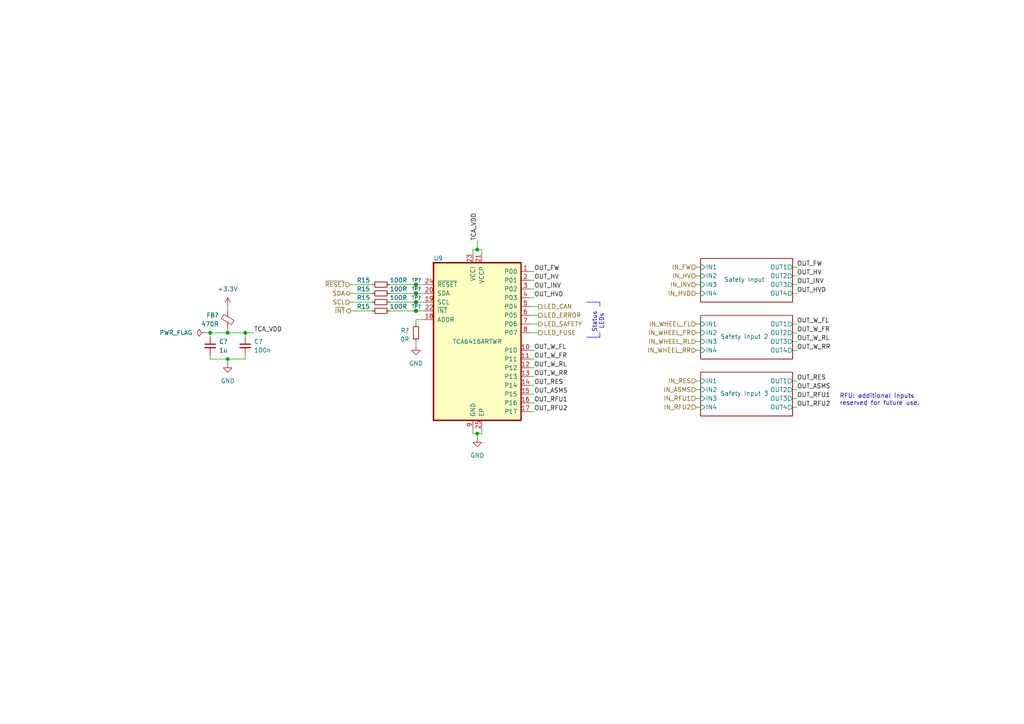
<source format=kicad_sch>
(kicad_sch (version 20230121) (generator eeschema)
  (paper "A4")
  (title_block (title "Safety Inputs") (date "2023-11-02") (rev "${REVISION}") (company "Author: I. Kajdan") (comment 1 "Reviewer:"))
  (lib_symbols
    (symbol "Connector:TestPoint_Small" (pin_numbers hide) (pin_names (offset 0.762) hide)
      (property "Reference" "TP" (at 0 3.81 0))
      (property "Value" "TestPoint_Small" (at 0 2.032 0))
      (symbol "TestPoint_Small_0_1"
        (circle (center 0 0) (radius 0.508))
      )
      (symbol "TestPoint_Small_1_1"
        (pin passive line (at 0 0 90) (length 0) (name "1") (number "1"))
      )
    )
    (symbol "Device:C_Small" (pin_numbers hide) (pin_names (offset 0.254) hide)
      (property "Reference" "C" (at 0.254 1.778 0))
      (property "Value" "C_Small" (at 0.254 -2.032 0))
      (symbol "C_Small_0_1"
        (polyline (pts (xy -1.524 -0.508) (xy 1.524 -0.508)) (stroke (width 0.3302)))
        (polyline (pts (xy -1.524 0.508) (xy 1.524 0.508)) (stroke (width 0.3048)))
      )
      (symbol "C_Small_1_1"
        (pin passive line (at 0 2.54 270) (length 2.032) (name "~") (number "1"))
        (pin passive line (at 0 -2.54 90) (length 2.032) (name "~") (number "2"))
      )
    )
    (symbol "Device:FerriteBead_Small" (pin_numbers hide) (pin_names (offset 0))
      (property "Reference" "FB" (at 1.905 1.27 0))
      (property "Value" "FerriteBead_Small" (at 1.905 -1.27 0))
      (symbol "FerriteBead_Small_0_1"
        (polyline (pts (xy 0 -1.27) (xy 0 -0.7874)))
        (polyline (pts (xy 0 0.889) (xy 0 1.2954)))
        (polyline (pts (xy -1.8288 0.2794) (xy -1.1176 1.4986) (xy 1.8288 -0.2032) (xy 1.1176 -1.4224) (xy -1.8288 0.2794)))
      )
      (symbol "FerriteBead_Small_1_1"
        (pin passive line (at 0 2.54 270) (length 1.27) (name "~") (number "1"))
        (pin passive line (at 0 -2.54 90) (length 1.27) (name "~") (number "2"))
      )
    )
    (symbol "Device:R_Small" (pin_numbers hide) (pin_names (offset 0.254) hide)
      (property "Reference" "R" (at 0.762 0.508 0))
      (property "Value" "R_Small" (at 0.762 -1.016 0))
      (symbol "R_Small_0_1"
        (rectangle (start -0.762 1.778) (end 0.762 -1.778) (stroke (width 0.2032)))
      )
      (symbol "R_Small_1_1"
        (pin passive line (at 0 2.54 270) (length 0.762) (name "~") (number "1"))
        (pin passive line (at 0 -2.54 90) (length 0.762) (name "~") (number "2"))
      )
    )
    (symbol "TCA6416ARTWR:TCA6416ARTWR" (pin_names (offset 1.016))
      (property "Reference" "U" (at -12.7 23.86 0))
      (property "Value" "TCA6416ARTWR" (at -7.62 -1.46 0))
      (symbol "TCA6416ARTWR_0_0"
        (rectangle (start -12.7 22.86) (end 12.7 -22.86) (stroke (width 0.41)) (fill (type background)))
      )
      (symbol "TCA6416ARTWR_1_0"
        (pin bidirectional line (at 15.24 20.32 180) (length 2.54) (name "P00") (number "1"))
        (pin bidirectional line (at 15.24 -2.54 180) (length 2.54) (name "P10") (number "10"))
        (pin bidirectional line (at 15.24 -5.08 180) (length 2.54) (name "P11") (number "11"))
        (pin bidirectional line (at 15.24 -7.62 180) (length 2.54) (name "P12") (number "12"))
        (pin bidirectional line (at 15.24 -10.16 180) (length 2.54) (name "P13") (number "13"))
        (pin bidirectional line (at 15.24 -12.7 180) (length 2.54) (name "P14") (number "14"))
        (pin bidirectional line (at 15.24 -15.24 180) (length 2.54) (name "P15") (number "15"))
        (pin bidirectional line (at 15.24 -17.78 180) (length 2.54) (name "P16") (number "16"))
        (pin bidirectional line (at 15.24 -20.32 180) (length 2.54) (name "P17") (number "17"))
        (pin input line (at -15.24 6.35 0) (length 2.54) (name "ADDR") (number "18"))
        (pin input line (at -15.24 11.43 0) (length 2.54) (name "SCL") (number "19"))
        (pin bidirectional line (at 15.24 17.78 180) (length 2.54) (name "P01") (number "2"))
        (pin bidirectional line (at -15.24 13.97 0) (length 2.54) (name "SDA") (number "20"))
        (pin power_in line (at 1.27 25.4 270) (length 2.54) (name "VCCP") (number "21"))
        (pin output line (at -15.24 8.89 0) (length 2.54) (name "~{INT}") (number "22"))
        (pin power_in line (at -1.27 25.4 270) (length 2.54) (name "VCCI") (number "23"))
        (pin input line (at -15.24 16.51 0) (length 2.54) (name "~{RESET}") (number "24"))
        (pin passive line (at 1.27 -25.4 90) (length 2.54) (name "EP") (number "25"))
        (pin bidirectional line (at 15.24 15.24 180) (length 2.54) (name "P02") (number "3"))
        (pin bidirectional line (at 15.24 12.7 180) (length 2.54) (name "P03") (number "4"))
        (pin bidirectional line (at 15.24 10.16 180) (length 2.54) (name "P04") (number "5"))
        (pin bidirectional line (at 15.24 7.62 180) (length 2.54) (name "P05") (number "6"))
        (pin bidirectional line (at 15.24 5.08 180) (length 2.54) (name "P06") (number "7"))
        (pin bidirectional line (at 15.24 2.54 180) (length 2.54) (name "P07") (number "8"))
        (pin power_in line (at -1.27 -25.4 90) (length 2.54) (name "GND") (number "9"))
      )
    )
    (symbol "power:+3.3V" (power) (pin_names (offset 0))
      (property "Value" "+3.3V" (at 0 3.556 0))
      (symbol "+3.3V_0_1"
        (polyline (pts (xy -0.762 1.27) (xy 0 2.54)))
        (polyline (pts (xy 0 0) (xy 0 2.54)))
        (polyline (pts (xy 0 2.54) (xy 0.762 1.27)))
      )
      (symbol "+3.3V_1_1"
        (pin power_in line (at 0 0 90) (length 0) hide (name "+3.3V") (number "1"))
      )
    )
    (symbol "power:GND" (power) (pin_names (offset 0))
      (property "Value" "GND" (at 0 -3.81 0))
      (symbol "GND_0_1"
        (polyline (pts (xy 0 0) (xy 0 -1.27) (xy 1.27 -1.27) (xy 0 -2.54) (xy -1.27 -1.27) (xy 0 -1.27)))
      )
      (symbol "GND_1_1"
        (pin power_in line (at 0 0 270) (length 0) hide (name "GND") (number "1"))
      )
    )
    (symbol "power:PWR_FLAG" (power) (pin_numbers hide) (pin_names (offset 0) hide)
      (property "Value" "PWR_FLAG" (at 0 3.81 0))
      (symbol "PWR_FLAG_0_0"
        (pin power_out line (at 0 0 90) (length 0) (name "pwr") (number "1"))
      )
      (symbol "PWR_FLAG_0_1"
        (polyline (pts (xy 0 0) (xy 0 1.27) (xy -1.016 1.905) (xy 0 2.54) (xy 1.016 1.905) (xy 0 1.27)))
      )
    )
  )
  (junction (at 66.04 104.14))
  (junction (at 138.43 125.73))
  (junction (at 71.12 96.52))
  (junction (at 60.96 96.52))
  (junction (at 66.04 96.52))
  (junction (at 120.65 85.09))
  (junction (at 120.65 87.63))
  (junction (at 120.65 90.17))
  (junction (at 120.65 82.55))
  (junction (at 138.43 72.39))
  (wire (pts (xy 154.94 101.6) (xy 153.67 101.6)))
  (wire (pts (xy 101.6 90.17) (xy 107.95 90.17)))
  (wire (pts (xy 154.94 104.14) (xy 153.67 104.14)))
  (wire (pts (xy 120.65 92.71) (xy 120.65 93.98)))
  (wire (pts (xy 154.94 114.3) (xy 153.67 114.3)))
  (wire (pts (xy 137.16 124.46) (xy 137.16 125.73)))
  (wire (pts (xy 229.87 113.03) (xy 231.14 113.03)))
  (wire (pts (xy 154.94 83.82) (xy 153.67 83.82)))
  (wire (pts (xy 153.67 96.52) (xy 156.21 96.52)))
  (wire (pts (xy 123.19 92.71) (xy 120.65 92.71)))
  (wire (pts (xy 66.04 105.41) (xy 66.04 104.14)))
  (wire (pts (xy 138.43 72.39) (xy 139.7 72.39)))
  (wire (pts (xy 137.16 73.66) (xy 137.16 72.39)))
  (wire (pts (xy 153.67 91.44) (xy 156.21 91.44)))
  (wire (pts (xy 154.94 81.28) (xy 153.67 81.28)))
  (wire (pts (xy 101.6 85.09) (xy 107.95 85.09)))
  (wire (pts (xy 137.16 125.73) (xy 138.43 125.73)))
  (wire (pts (xy 66.04 95.25) (xy 66.04 96.52)))
  (wire (pts (xy 229.87 85.09) (xy 231.14 85.09)))
  (wire (pts (xy 201.93 93.98) (xy 203.2 93.98)))
  (wire (pts (xy 60.96 96.52) (xy 60.96 97.79)))
  (wire (pts (xy 120.65 90.17) (xy 123.19 90.17)))
  (wire (pts (xy 60.96 96.52) (xy 66.04 96.52)))
  (wire (pts (xy 154.94 78.74) (xy 153.67 78.74)))
  (wire (pts (xy 154.94 116.84) (xy 153.67 116.84)))
  (wire (pts (xy 229.87 96.52) (xy 231.14 96.52)))
  (wire (pts (xy 153.67 93.98) (xy 156.21 93.98)))
  (wire (pts (xy 139.7 73.66) (xy 139.7 72.39)))
  (wire (pts (xy 154.94 106.68) (xy 153.67 106.68)))
  (wire (pts (xy 229.87 93.98) (xy 231.14 93.98)))
  (wire (pts (xy 120.65 82.55) (xy 123.19 82.55)))
  (wire (pts (xy 154.94 119.38) (xy 153.67 119.38)))
  (wire (pts (xy 137.16 72.39) (xy 138.43 72.39)))
  (polyline (pts (xy 170.18 97.79) (xy 173.99 97.79)))
  (polyline (pts (xy 173.99 96.52) (xy 173.99 97.79)))
  (wire (pts (xy 154.94 111.76) (xy 153.67 111.76)))
  (wire (pts (xy 201.93 115.57) (xy 203.2 115.57)))
  (wire (pts (xy 120.65 87.63) (xy 123.19 87.63)))
  (wire (pts (xy 201.93 77.47) (xy 203.2 77.47)))
  (wire (pts (xy 139.7 124.46) (xy 139.7 125.73)))
  (wire (pts (xy 201.93 80.01) (xy 203.2 80.01)))
  (wire (pts (xy 138.43 125.73) (xy 139.7 125.73)))
  (wire (pts (xy 229.87 82.55) (xy 231.14 82.55)))
  (wire (pts (xy 120.65 85.09) (xy 123.19 85.09)))
  (wire (pts (xy 113.03 85.09) (xy 120.65 85.09)))
  (wire (pts (xy 71.12 96.52) (xy 71.12 97.79)))
  (wire (pts (xy 66.04 104.14) (xy 71.12 104.14)))
  (wire (pts (xy 201.93 110.49) (xy 203.2 110.49)))
  (wire (pts (xy 59.69 96.52) (xy 60.96 96.52)))
  (wire (pts (xy 138.43 127) (xy 138.43 125.73)))
  (wire (pts (xy 153.67 88.9) (xy 156.21 88.9)))
  (wire (pts (xy 60.96 104.14) (xy 60.96 102.87)))
  (polyline (pts (xy 173.99 87.63) (xy 173.99 88.9)))
  (wire (pts (xy 201.93 96.52) (xy 203.2 96.52)))
  (wire (pts (xy 113.03 87.63) (xy 120.65 87.63)))
  (wire (pts (xy 66.04 96.52) (xy 71.12 96.52)))
  (wire (pts (xy 229.87 118.11) (xy 231.14 118.11)))
  (wire (pts (xy 229.87 115.57) (xy 231.14 115.57)))
  (polyline (pts (xy 170.18 87.63) (xy 173.99 87.63)))
  (wire (pts (xy 154.94 109.22) (xy 153.67 109.22)))
  (wire (pts (xy 120.65 99.06) (xy 120.65 100.33)))
  (wire (pts (xy 101.6 87.63) (xy 107.95 87.63)))
  (wire (pts (xy 201.93 82.55) (xy 203.2 82.55)))
  (wire (pts (xy 229.87 99.06) (xy 231.14 99.06)))
  (wire (pts (xy 229.87 77.47) (xy 231.14 77.47)))
  (wire (pts (xy 229.87 80.01) (xy 231.14 80.01)))
  (wire (pts (xy 66.04 88.9) (xy 66.04 90.17)))
  (wire (pts (xy 201.93 85.09) (xy 203.2 85.09)))
  (wire (pts (xy 229.87 101.6) (xy 231.14 101.6)))
  (wire (pts (xy 71.12 96.52) (xy 73.66 96.52)))
  (wire (pts (xy 138.43 69.85) (xy 138.43 72.39)))
  (wire (pts (xy 101.6 82.55) (xy 107.95 82.55)))
  (wire (pts (xy 60.96 104.14) (xy 66.04 104.14)))
  (wire (pts (xy 113.03 90.17) (xy 120.65 90.17)))
  (wire (pts (xy 154.94 86.36) (xy 153.67 86.36)))
  (wire (pts (xy 229.87 110.49) (xy 231.14 110.49)))
  (wire (pts (xy 201.93 101.6) (xy 203.2 101.6)))
  (wire (pts (xy 201.93 113.03) (xy 203.2 113.03)))
  (wire (pts (xy 71.12 102.87) (xy 71.12 104.14)))
  (wire (pts (xy 201.93 118.11) (xy 203.2 118.11)))
  (wire (pts (xy 201.93 99.06) (xy 203.2 99.06)))
  (wire (pts (xy 113.03 82.55) (xy 120.65 82.55)))
  (text_box "RFU: additional inputs reserved for future use." (at 242.57 113.03 0) (size 29.21 5.08) (stroke (width -0.0001)) (effects (font (size 1.27 1.27)) (justify left top)))
  (text "Status\n LEDs\n" (at 175.26 96.52 90) (effects (font (size 1.27 1.27)) (justify left bottom)))
  (label "OUT_INV" (at 231.14 82.55 0))
  (label "OUT_W_RR" (at 231.14 101.6 0))
  (label "OUT_RES" (at 231.14 110.49 0))
  (label "OUT_W_FL" (at 154.94 101.6 0))
  (label "OUT_ASMS" (at 154.94 114.3 0))
  (label "OUT_HVD" (at 231.14 85.09 0))
  (label "OUT_W_FR" (at 231.14 96.52 0))
  (label "OUT_ASMS" (at 231.14 113.03 0))
  (label "OUT_FW" (at 231.14 77.47 0))
  (label "OUT_FW" (at 154.94 78.74 0))
  (label "TCA_VDD" (at 138.43 69.85 90))
  (label "OUT_HV" (at 231.14 80.01 0))
  (label "OUT_HV" (at 154.94 81.28 0))
  (label "OUT_RFU1" (at 231.14 115.57 0))
  (label "OUT_RFU1" (at 154.94 116.84 0))
  (label "OUT_W_RL" (at 231.14 99.06 0))
  (label "OUT_RFU2" (at 154.94 119.38 0))
  (label "OUT_W_FL" (at 231.14 93.98 0))
  (label "TCA_VDD" (at 73.66 96.52 0))
  (label "OUT_W_RL" (at 154.94 106.68 0))
  (label "OUT_RES" (at 154.94 111.76 0))
  (label "OUT_HVD" (at 154.94 86.36 0))
  (label "OUT_INV" (at 154.94 83.82 0))
  (label "OUT_W_RR" (at 154.94 109.22 0))
  (label "OUT_RFU2" (at 231.14 118.11 0))
  (label "OUT_W_FR" (at 154.94 104.14 0))
  (hierarchical_label "IN_INV" (shape input) (at 201.93 82.55 180))
  (hierarchical_label "IN_RFU2" (shape input) (at 201.93 118.11 180))
  (hierarchical_label "IN_WHEEL_FR" (shape input) (at 201.93 96.52 180))
  (hierarchical_label "SDA" (shape bidirectional) (at 101.6 85.09 180))
  (hierarchical_label "~{RESET}" (shape input) (at 101.6 82.55 180))
  (hierarchical_label "IN_WHEEL_FL" (shape input) (at 201.93 93.98 180))
  (hierarchical_label "LED_SAFETY" (shape output) (at 156.21 93.98 0))
  (hierarchical_label "IN_FW" (shape input) (at 201.93 77.47 180))
  (hierarchical_label "LED_CAN" (shape output) (at 156.21 88.9 0))
  (hierarchical_label "IN_WHEEL_RR" (shape input) (at 201.93 101.6 180))
  (hierarchical_label "IN_HV" (shape input) (at 201.93 80.01 180))
  (hierarchical_label "IN_RFU1" (shape input) (at 201.93 115.57 180))
  (hierarchical_label "IN_HVD" (shape input) (at 201.93 85.09 180))
  (hierarchical_label "LED_ERROR" (shape output) (at 156.21 91.44 0))
  (hierarchical_label "IN_ASMS" (shape input) (at 201.93 113.03 180))
  (hierarchical_label "IN_WHEEL_RL" (shape input) (at 201.93 99.06 180))
  (hierarchical_label "LED_FUSE" (shape output) (at 156.21 96.52 0))
  (hierarchical_label "~{INT}" (shape output) (at 101.6 90.17 180))
  (hierarchical_label "SCL" (shape input) (at 101.6 87.63 180))
  (hierarchical_label "IN_RES" (shape input) (at 201.93 110.49 180))
  (symbol (lib_id "Device:FerriteBead_Small") (at 66.04 92.71 0) (unit 1)
    (property "Reference" "FB?" (at 63.5 91.44 0) (effects (justify right)))
    (property "Value" "470R" (at 63.5 93.98 0) (effects (justify right)))
    (property "Footprint" "Inductor_SMD:L_0603_1608Metric" (effects hide))
    (instances (project "rearbox" (path "" (reference "FB?") (unit 1)) (path "" (reference "FB3") (unit 1)) (path "" (reference "FB5") (unit 1)) (path "" (reference "FB7") (unit 1)) (path "" (reference "FB6") (unit 1))))
  )
  (symbol (lib_id "power:GND") (at 138.43 127 0) (unit 1)
    (property "Reference" "#PWR?" (effects hide))
    (property "Value" "GND" (at 138.43 132.08 0))
    (instances (project "rearbox" (path "" (reference "#PWR?") (unit 1)) (path "" (reference "#PWR0108") (unit 1))))
  )
  (symbol (lib_id "Device:R_Small") (at 110.49 82.55 90) (mirror x) (unit 1)
    (property "Reference" "R15" (at 105.41 81.28 90))
    (property "Value" "100R" (at 115.57 81.28 90))
    (property "Footprint" "Resistor_SMD:R_0603_1608Metric" (effects hide))
    (instances (project "rearbox" (path "" (reference "R15") (unit 1)) (path "" (reference "R42") (unit 1))))
  )
  (symbol (lib_id "power:GND") (at 120.65 100.33 0) (unit 1)
    (property "Reference" "#PWR?" (effects hide))
    (property "Value" "GND" (at 120.65 105.41 0))
    (instances (project "rearbox" (path "" (reference "#PWR?") (unit 1)) (path "" (reference "#PWR0107") (unit 1))))
  )
  (symbol (lib_id "Device:R_Small") (at 110.49 87.63 90) (mirror x) (unit 1)
    (property "Reference" "R15" (at 105.41 86.36 90))
    (property "Value" "100R" (at 115.57 86.36 90))
    (property "Footprint" "Resistor_SMD:R_0603_1608Metric" (effects hide))
    (instances (project "rearbox" (path "" (reference "R15") (unit 1)) (path "" (reference "R44") (unit 1))))
  )
  (symbol (lib_id "Connector:TestPoint_Small") (at 120.65 82.55 0) (unit 1)
    (property "Reference" "TP?" (at 119.38 81.28 0) (effects (font (size 1 1)) (justify left)))
    (property "Value" "TestPoint_Small" (effects hide))
    (property "Footprint" "TestPoint:TestPoint_Pad_D1.0mm" (effects hide))
    (instances (project "rearbox" (path "" (reference "TP?") (unit 1)) (path "" (reference "TP3") (unit 1)) (path "" (reference "TP1") (unit 1)) (path "" (reference "TP24") (unit 1))))
  )
  (symbol (lib_id "Device:R_Small") (at 110.49 85.09 90) (mirror x) (unit 1)
    (property "Reference" "R15" (at 105.41 83.82 90))
    (property "Value" "100R" (at 115.57 83.82 90))
    (property "Footprint" "Resistor_SMD:R_0603_1608Metric" (effects hide))
    (instances (project "rearbox" (path "" (reference "R15") (unit 1)) (path "" (reference "R43") (unit 1))))
  )
  (symbol (lib_id "power:GND") (at 66.04 105.41 0) (unit 1)
    (property "Reference" "#PWR?" (effects hide))
    (property "Value" "GND" (at 66.04 110.49 0))
    (instances (project "rearbox" (path "" (reference "#PWR?") (unit 1)) (path "" (reference "#PWR059") (unit 1)) (path "" (reference "#PWR065") (unit 1)) (path "" (reference "#PWR0206") (unit 1)) (path "" (reference "#PWR0106") (unit 1))))
  )
  (symbol (lib_id "Device:R_Small") (at 120.65 96.52 0) (mirror x) (unit 1)
    (property "Reference" "R?" (at 118.745 95.885 0) (effects (justify right)))
    (property "Value" "0R" (at 118.745 98.425 0) (effects (justify right)))
    (property "Footprint" "Resistor_SMD:R_0603_1608Metric" (effects hide))
    (instances (project "rearbox" (path "" (reference "R?") (unit 1)) (path "" (reference "R46") (unit 1))))
  )
  (symbol (lib_id "power:+3.3V") (at 66.04 88.9 0) (unit 1)
    (property "Reference" "#PWR?" (effects hide))
    (property "Value" "+3.3V" (at 66.04 83.82 0))
    (instances (project "rearbox" (path "" (reference "#PWR?") (unit 1)) (path "" (reference "#PWR058") (unit 1)) (path "" (reference "#PWR064") (unit 1)) (path "" (reference "#PWR0205") (unit 1)) (path "" (reference "#PWR0105") (unit 1))))
  )
  (symbol (lib_id "Device:R_Small") (at 110.49 90.17 90) (mirror x) (unit 1)
    (property "Reference" "R15" (at 105.41 88.9 90))
    (property "Value" "100R" (at 115.57 88.9 90))
    (property "Footprint" "Resistor_SMD:R_0603_1608Metric" (effects hide))
    (instances (project "rearbox" (path "" (reference "R15") (unit 1)) (path "" (reference "R45") (unit 1))))
  )
  (symbol (lib_id "Device:C_Small") (at 71.12 100.33 0) (unit 1)
    (property "Reference" "C?" (at 73.66 99.06 0) (effects (justify left)))
    (property "Value" "100n" (at 73.66 101.6 0) (effects (justify left)))
    (property "Footprint" "Capacitor_SMD:C_0603_1608Metric" (effects hide))
    (instances (project "rearbox" (path "" (reference "C?") (unit 1)) (path "" (reference "C28") (unit 1)) (path "" (reference "C30") (unit 1)) (path "" (reference "C67") (unit 1)) (path "" (reference "C35") (unit 1))))
  )
  (symbol (lib_id "Device:C_Small") (at 60.96 100.33 0) (unit 1)
    (property "Reference" "C?" (at 63.5 99.06 0) (effects (justify left)))
    (property "Value" "1u" (at 63.5 101.6 0) (effects (justify left)))
    (property "Footprint" "Capacitor_SMD:C_0603_1608Metric" (effects hide))
    (instances (project "rearbox" (path "" (reference "C?") (unit 1)) (path "" (reference "C28") (unit 1)) (path "" (reference "C30") (unit 1)) (path "" (reference "C66") (unit 1)) (path "" (reference "C34") (unit 1))))
  )
  (symbol (lib_id "Connector:TestPoint_Small") (at 120.65 90.17 0) (unit 1)
    (property "Reference" "TP?" (at 119.38 88.9 0) (effects (font (size 1 1)) (justify left)))
    (property "Value" "TestPoint_Small" (effects hide))
    (property "Footprint" "TestPoint:TestPoint_Pad_D1.0mm" (effects hide))
    (instances (project "rearbox" (path "" (reference "TP?") (unit 1)) (path "" (reference "TP3") (unit 1)) (path "" (reference "TP1") (unit 1)) (path "" (reference "TP27") (unit 1))))
  )
  (symbol (lib_id "Connector:TestPoint_Small") (at 120.65 87.63 0) (unit 1)
    (property "Reference" "TP?" (at 119.38 86.36 0) (effects (font (size 1 1)) (justify left)))
    (property "Value" "TestPoint_Small" (effects hide))
    (property "Footprint" "TestPoint:TestPoint_Pad_D1.0mm" (effects hide))
    (instances (project "rearbox" (path "" (reference "TP?") (unit 1)) (path "" (reference "TP3") (unit 1)) (path "" (reference "TP1") (unit 1)) (path "" (reference "TP26") (unit 1))))
  )
  (symbol (lib_id "power:PWR_FLAG") (at 59.69 96.52 90) (unit 1)
    (property "Reference" "#FLG012" (effects hide))
    (property "Value" "PWR_FLAG" (at 55.88 96.52 90) (effects (justify left)))
    (instances (project "rearbox" (path "" (reference "#FLG012") (unit 1)) (path "" (reference "#FLG010") (unit 1)) (path "" (reference "#FLG015") (unit 1)) (path "" (reference "#FLG015") (unit 1))))
  )
  (symbol (lib_id "TCA6416ARTWR:TCA6416ARTWR") (at 138.43 99.06 0) (unit 1)
    (property "Reference" "U9" (at 125.73 74.93 0) (effects (justify left)))
    (property "Value" "TCA6416ARTWR" (at 138.43 99.06 0))
    (property "Footprint" "Local_Library:QFN50P400X400X80-25N" (effects hide))
    (property "Datasheet" "https://www.ti.com/lit/ds/symlink/tca6416a.pdf" (effects hide))
  )
  (symbol (lib_id "Connector:TestPoint_Small") (at 120.65 85.09 0) (unit 1)
    (property "Reference" "TP?" (at 119.38 83.82 0) (effects (font (size 1 1)) (justify left)))
    (property "Value" "TestPoint_Small" (effects hide))
    (property "Footprint" "TestPoint:TestPoint_Pad_D1.0mm" (effects hide))
    (instances (project "rearbox" (path "" (reference "TP?") (unit 1)) (path "" (reference "TP3") (unit 1)) (path "" (reference "TP1") (unit 1)) (path "" (reference "TP25") (unit 1))))
  )
  (sheet (at 203.2 107.95) (size 26.67 12.7) (stroke (width 0.1524))
    (property "Sheetname" "Safety Input 3" (at 215.9 114.8584 0) (effects (justify bottom)))
    (property "Sheetfile" "safety_input.kicad_sch" (effects hide))
    (pin "OUT3" output (at 229.87 115.57 0))
    (pin "IN4" input (at 203.2 118.11 180))
    (pin "IN3" input (at 203.2 115.57 180))
    (pin "OUT4" output (at 229.87 118.11 0))
    (pin "IN1" input (at 203.2 110.49 180))
    (pin "OUT2" output (at 229.87 113.03 0))
    (pin "OUT1" output (at 229.87 110.49 0))
    (pin "IN2" input (at 203.2 113.03 180))
  )
  (sheet (at 203.2 74.93) (size 26.67 12.7) (stroke (width 0.1524))
    (property "Sheetname" "Safety Input" (at 215.9 81.8384 0) (effects (justify bottom)))
    (property "Sheetfile" "safety_input.kicad_sch" (effects hide))
    (pin "OUT3" output (at 229.87 82.55 0))
    (pin "IN4" input (at 203.2 85.09 180))
    (pin "IN3" input (at 203.2 82.55 180))
    (pin "OUT4" output (at 229.87 85.09 0))
    (pin "IN1" input (at 203.2 77.47 180))
    (pin "OUT2" output (at 229.87 80.01 0))
    (pin "OUT1" output (at 229.87 77.47 0))
    (pin "IN2" input (at 203.2 80.01 180))
  )
  (sheet (at 203.2 91.44) (size 26.67 12.7) (stroke (width 0.1524))
    (property "Sheetname" "Safety Input 2" (at 215.9 98.3484 0) (effects (justify bottom)))
    (property "Sheetfile" "safety_input.kicad_sch" (effects hide))
    (pin "OUT3" output (at 229.87 99.06 0))
    (pin "IN4" input (at 203.2 101.6 180))
    (pin "IN3" input (at 203.2 99.06 180))
    (pin "OUT4" output (at 229.87 101.6 0))
    (pin "IN1" input (at 203.2 93.98 180))
    (pin "OUT2" output (at 229.87 96.52 0))
    (pin "OUT1" output (at 229.87 93.98 0))
    (pin "IN2" input (at 203.2 96.52 180))
  )
)
</source>
